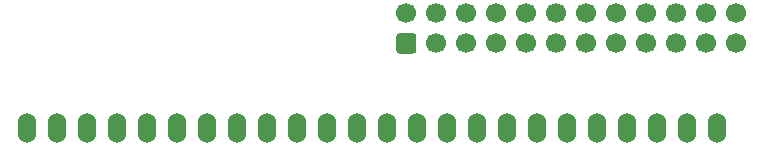
<source format=gbs>
G04 #@! TF.GenerationSoftware,KiCad,Pcbnew,(5.1.10)-1*
G04 #@! TF.CreationDate,2021-09-25T20:55:18-07:00*
G04 #@! TF.ProjectId,Atari130MX-adapter,41746172-6931-4333-904d-582d61646170,rev?*
G04 #@! TF.SameCoordinates,Original*
G04 #@! TF.FileFunction,Soldermask,Bot*
G04 #@! TF.FilePolarity,Negative*
%FSLAX46Y46*%
G04 Gerber Fmt 4.6, Leading zero omitted, Abs format (unit mm)*
G04 Created by KiCad (PCBNEW (5.1.10)-1) date 2021-09-25 20:55:18*
%MOMM*%
%LPD*%
G01*
G04 APERTURE LIST*
%ADD10O,1.524000X2.540000*%
%ADD11C,1.700000*%
G04 APERTURE END LIST*
D10*
X25400000Y-39116000D03*
X27940000Y-39116000D03*
X30480000Y-39116000D03*
X33020000Y-39116000D03*
X35560000Y-39116000D03*
X38100000Y-39116000D03*
X40640000Y-39116000D03*
X43180000Y-39116000D03*
X45720000Y-39116000D03*
X48260000Y-39116000D03*
X50800000Y-39116000D03*
X53340000Y-39116000D03*
X55880000Y-39116000D03*
X58420000Y-39116000D03*
X60960000Y-39116000D03*
X63500000Y-39116000D03*
X66040000Y-39116000D03*
X68580000Y-39116000D03*
X71120000Y-39116000D03*
X73660000Y-39116000D03*
X76200000Y-39116000D03*
X78740000Y-39116000D03*
X81280000Y-39116000D03*
X83820000Y-39116000D03*
D11*
X85440000Y-29460000D03*
X82900000Y-29460000D03*
X80360000Y-29460000D03*
X77820000Y-29460000D03*
X75280000Y-29460000D03*
X72740000Y-29460000D03*
X70200000Y-29460000D03*
X67660000Y-29460000D03*
X65120000Y-29460000D03*
X62580000Y-29460000D03*
X60040000Y-29460000D03*
X57500000Y-29460000D03*
X85440000Y-32000000D03*
X82900000Y-32000000D03*
X80360000Y-32000000D03*
X77820000Y-32000000D03*
X75280000Y-32000000D03*
X72740000Y-32000000D03*
X70200000Y-32000000D03*
X67660000Y-32000000D03*
X65120000Y-32000000D03*
X62580000Y-32000000D03*
X60040000Y-32000000D03*
G36*
G01*
X58100000Y-32850000D02*
X56900000Y-32850000D01*
G75*
G02*
X56650000Y-32600000I0J250000D01*
G01*
X56650000Y-31400000D01*
G75*
G02*
X56900000Y-31150000I250000J0D01*
G01*
X58100000Y-31150000D01*
G75*
G02*
X58350000Y-31400000I0J-250000D01*
G01*
X58350000Y-32600000D01*
G75*
G02*
X58100000Y-32850000I-250000J0D01*
G01*
G37*
M02*

</source>
